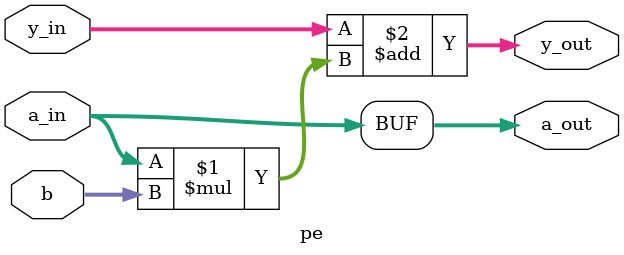
<source format=v>
module pe(	// file.cleaned.mlir:2:3
  input  [7:0] a_in,	// file.cleaned.mlir:2:20
               y_in,	// file.cleaned.mlir:2:35
               b,	// file.cleaned.mlir:2:50
  output [7:0] a_out,	// file.cleaned.mlir:2:63
               y_out	// file.cleaned.mlir:2:79
);

  assign a_out = a_in;	// file.cleaned.mlir:5:5
  assign y_out = y_in + a_in * b;	// file.cleaned.mlir:3:10, :4:10, :5:5
endmodule


</source>
